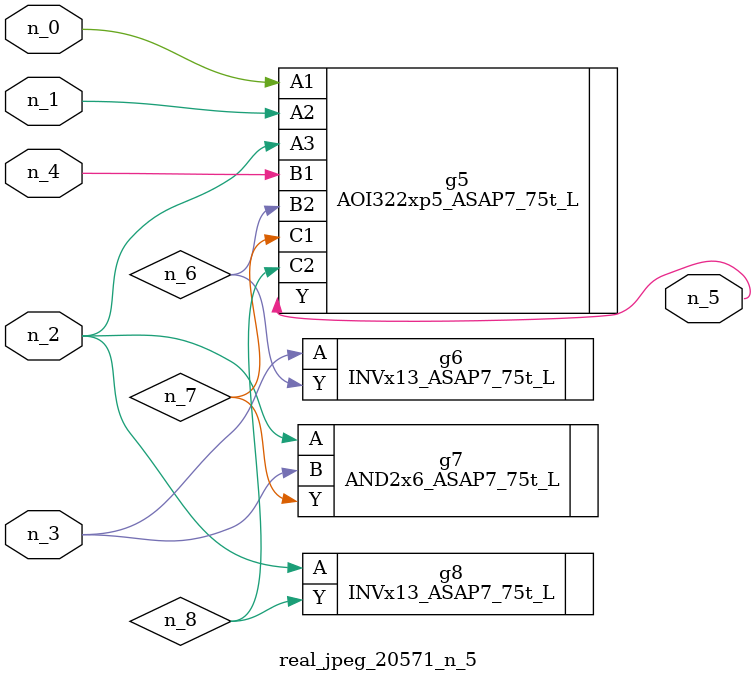
<source format=v>
module real_jpeg_20571_n_5 (n_4, n_0, n_1, n_2, n_3, n_5);

input n_4;
input n_0;
input n_1;
input n_2;
input n_3;

output n_5;

wire n_8;
wire n_6;
wire n_7;

AOI322xp5_ASAP7_75t_L g5 ( 
.A1(n_0),
.A2(n_1),
.A3(n_2),
.B1(n_4),
.B2(n_6),
.C1(n_7),
.C2(n_8),
.Y(n_5)
);

AND2x6_ASAP7_75t_L g7 ( 
.A(n_2),
.B(n_3),
.Y(n_7)
);

INVx13_ASAP7_75t_L g8 ( 
.A(n_2),
.Y(n_8)
);

INVx13_ASAP7_75t_L g6 ( 
.A(n_3),
.Y(n_6)
);


endmodule
</source>
